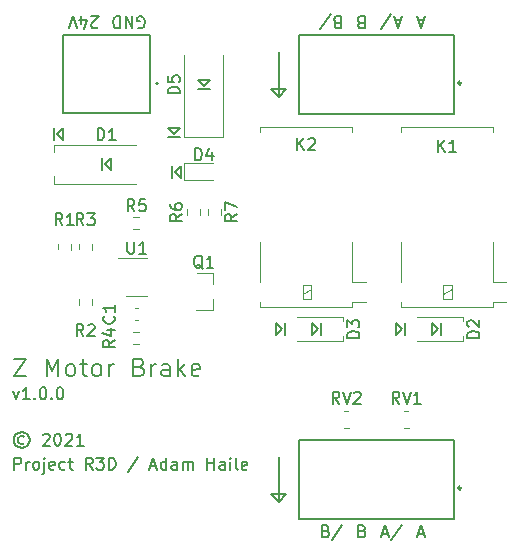
<source format=gto>
%TF.GenerationSoftware,KiCad,Pcbnew,(5.1.10)-1*%
%TF.CreationDate,2021-10-30T21:19:33-04:00*%
%TF.ProjectId,Z_Brake,5a5f4272-616b-4652-9e6b-696361645f70,rev?*%
%TF.SameCoordinates,Original*%
%TF.FileFunction,Legend,Top*%
%TF.FilePolarity,Positive*%
%FSLAX46Y46*%
G04 Gerber Fmt 4.6, Leading zero omitted, Abs format (unit mm)*
G04 Created by KiCad (PCBNEW (5.1.10)-1) date 2021-10-30 21:19:33*
%MOMM*%
%LPD*%
G01*
G04 APERTURE LIST*
%ADD10C,0.150000*%
%ADD11C,0.200000*%
%ADD12C,0.250000*%
%ADD13C,0.120000*%
%ADD14C,0.127000*%
%ADD15C,5.400000*%
%ADD16C,2.155000*%
G04 APERTURE END LIST*
D10*
X80645000Y-119380000D02*
X80010000Y-118745000D01*
X80010000Y-118745000D02*
X81280000Y-118745000D01*
X80645000Y-115570000D02*
X80645000Y-119380000D01*
X81280000Y-118745000D02*
X80645000Y-119380000D01*
X81280000Y-84455000D02*
X80645000Y-85090000D01*
X80010000Y-84455000D02*
X81280000Y-84455000D01*
X80645000Y-85090000D02*
X80010000Y-84455000D01*
X80645000Y-81280000D02*
X80645000Y-85090000D01*
X58152357Y-110021714D02*
X58390452Y-110688380D01*
X58628547Y-110021714D01*
X59533309Y-110688380D02*
X58961880Y-110688380D01*
X59247595Y-110688380D02*
X59247595Y-109688380D01*
X59152357Y-109831238D01*
X59057119Y-109926476D01*
X58961880Y-109974095D01*
X59961880Y-110593142D02*
X60009500Y-110640761D01*
X59961880Y-110688380D01*
X59914261Y-110640761D01*
X59961880Y-110593142D01*
X59961880Y-110688380D01*
X60628547Y-109688380D02*
X60723785Y-109688380D01*
X60819023Y-109736000D01*
X60866642Y-109783619D01*
X60914261Y-109878857D01*
X60961880Y-110069333D01*
X60961880Y-110307428D01*
X60914261Y-110497904D01*
X60866642Y-110593142D01*
X60819023Y-110640761D01*
X60723785Y-110688380D01*
X60628547Y-110688380D01*
X60533309Y-110640761D01*
X60485690Y-110593142D01*
X60438071Y-110497904D01*
X60390452Y-110307428D01*
X60390452Y-110069333D01*
X60438071Y-109878857D01*
X60485690Y-109783619D01*
X60533309Y-109736000D01*
X60628547Y-109688380D01*
X61390452Y-110593142D02*
X61438071Y-110640761D01*
X61390452Y-110688380D01*
X61342833Y-110640761D01*
X61390452Y-110593142D01*
X61390452Y-110688380D01*
X62057119Y-109688380D02*
X62152357Y-109688380D01*
X62247595Y-109736000D01*
X62295214Y-109783619D01*
X62342833Y-109878857D01*
X62390452Y-110069333D01*
X62390452Y-110307428D01*
X62342833Y-110497904D01*
X62295214Y-110593142D01*
X62247595Y-110640761D01*
X62152357Y-110688380D01*
X62057119Y-110688380D01*
X61961880Y-110640761D01*
X61914261Y-110593142D01*
X61866642Y-110497904D01*
X61819023Y-110307428D01*
X61819023Y-110069333D01*
X61866642Y-109878857D01*
X61914261Y-109783619D01*
X61961880Y-109736000D01*
X62057119Y-109688380D01*
X59057119Y-113863476D02*
X58961880Y-113815857D01*
X58771404Y-113815857D01*
X58676166Y-113863476D01*
X58580928Y-113958714D01*
X58533309Y-114053952D01*
X58533309Y-114244428D01*
X58580928Y-114339666D01*
X58676166Y-114434904D01*
X58771404Y-114482523D01*
X58961880Y-114482523D01*
X59057119Y-114434904D01*
X58866642Y-113482523D02*
X58628547Y-113530142D01*
X58390452Y-113673000D01*
X58247595Y-113911095D01*
X58199976Y-114149190D01*
X58247595Y-114387285D01*
X58390452Y-114625380D01*
X58628547Y-114768238D01*
X58866642Y-114815857D01*
X59104738Y-114768238D01*
X59342833Y-114625380D01*
X59485690Y-114387285D01*
X59533309Y-114149190D01*
X59485690Y-113911095D01*
X59342833Y-113673000D01*
X59104738Y-113530142D01*
X58866642Y-113482523D01*
X60676166Y-113720619D02*
X60723785Y-113673000D01*
X60819023Y-113625380D01*
X61057119Y-113625380D01*
X61152357Y-113673000D01*
X61199976Y-113720619D01*
X61247595Y-113815857D01*
X61247595Y-113911095D01*
X61199976Y-114053952D01*
X60628547Y-114625380D01*
X61247595Y-114625380D01*
X61866642Y-113625380D02*
X61961880Y-113625380D01*
X62057119Y-113673000D01*
X62104738Y-113720619D01*
X62152357Y-113815857D01*
X62199976Y-114006333D01*
X62199976Y-114244428D01*
X62152357Y-114434904D01*
X62104738Y-114530142D01*
X62057119Y-114577761D01*
X61961880Y-114625380D01*
X61866642Y-114625380D01*
X61771404Y-114577761D01*
X61723785Y-114530142D01*
X61676166Y-114434904D01*
X61628547Y-114244428D01*
X61628547Y-114006333D01*
X61676166Y-113815857D01*
X61723785Y-113720619D01*
X61771404Y-113673000D01*
X61866642Y-113625380D01*
X62580928Y-113720619D02*
X62628547Y-113673000D01*
X62723785Y-113625380D01*
X62961880Y-113625380D01*
X63057119Y-113673000D01*
X63104738Y-113720619D01*
X63152357Y-113815857D01*
X63152357Y-113911095D01*
X63104738Y-114053952D01*
X62533309Y-114625380D01*
X63152357Y-114625380D01*
X64104738Y-114625380D02*
X63533309Y-114625380D01*
X63819023Y-114625380D02*
X63819023Y-113625380D01*
X63723785Y-113768238D01*
X63628547Y-113863476D01*
X63533309Y-113911095D01*
X58247595Y-116657380D02*
X58247595Y-115657380D01*
X58628547Y-115657380D01*
X58723785Y-115705000D01*
X58771404Y-115752619D01*
X58819023Y-115847857D01*
X58819023Y-115990714D01*
X58771404Y-116085952D01*
X58723785Y-116133571D01*
X58628547Y-116181190D01*
X58247595Y-116181190D01*
X59247595Y-116657380D02*
X59247595Y-115990714D01*
X59247595Y-116181190D02*
X59295214Y-116085952D01*
X59342833Y-116038333D01*
X59438071Y-115990714D01*
X59533309Y-115990714D01*
X60009500Y-116657380D02*
X59914261Y-116609761D01*
X59866642Y-116562142D01*
X59819023Y-116466904D01*
X59819023Y-116181190D01*
X59866642Y-116085952D01*
X59914261Y-116038333D01*
X60009500Y-115990714D01*
X60152357Y-115990714D01*
X60247595Y-116038333D01*
X60295214Y-116085952D01*
X60342833Y-116181190D01*
X60342833Y-116466904D01*
X60295214Y-116562142D01*
X60247595Y-116609761D01*
X60152357Y-116657380D01*
X60009500Y-116657380D01*
X60771404Y-115990714D02*
X60771404Y-116847857D01*
X60723785Y-116943095D01*
X60628547Y-116990714D01*
X60580928Y-116990714D01*
X60771404Y-115657380D02*
X60723785Y-115705000D01*
X60771404Y-115752619D01*
X60819023Y-115705000D01*
X60771404Y-115657380D01*
X60771404Y-115752619D01*
X61628547Y-116609761D02*
X61533309Y-116657380D01*
X61342833Y-116657380D01*
X61247595Y-116609761D01*
X61199976Y-116514523D01*
X61199976Y-116133571D01*
X61247595Y-116038333D01*
X61342833Y-115990714D01*
X61533309Y-115990714D01*
X61628547Y-116038333D01*
X61676166Y-116133571D01*
X61676166Y-116228809D01*
X61199976Y-116324047D01*
X62533309Y-116609761D02*
X62438071Y-116657380D01*
X62247595Y-116657380D01*
X62152357Y-116609761D01*
X62104738Y-116562142D01*
X62057119Y-116466904D01*
X62057119Y-116181190D01*
X62104738Y-116085952D01*
X62152357Y-116038333D01*
X62247595Y-115990714D01*
X62438071Y-115990714D01*
X62533309Y-116038333D01*
X62819023Y-115990714D02*
X63199976Y-115990714D01*
X62961880Y-115657380D02*
X62961880Y-116514523D01*
X63009500Y-116609761D01*
X63104738Y-116657380D01*
X63199976Y-116657380D01*
X64866642Y-116657380D02*
X64533309Y-116181190D01*
X64295214Y-116657380D02*
X64295214Y-115657380D01*
X64676166Y-115657380D01*
X64771404Y-115705000D01*
X64819023Y-115752619D01*
X64866642Y-115847857D01*
X64866642Y-115990714D01*
X64819023Y-116085952D01*
X64771404Y-116133571D01*
X64676166Y-116181190D01*
X64295214Y-116181190D01*
X65199976Y-115657380D02*
X65819023Y-115657380D01*
X65485690Y-116038333D01*
X65628547Y-116038333D01*
X65723785Y-116085952D01*
X65771404Y-116133571D01*
X65819023Y-116228809D01*
X65819023Y-116466904D01*
X65771404Y-116562142D01*
X65723785Y-116609761D01*
X65628547Y-116657380D01*
X65342833Y-116657380D01*
X65247595Y-116609761D01*
X65199976Y-116562142D01*
X66247595Y-116657380D02*
X66247595Y-115657380D01*
X66485690Y-115657380D01*
X66628547Y-115705000D01*
X66723785Y-115800238D01*
X66771404Y-115895476D01*
X66819023Y-116085952D01*
X66819023Y-116228809D01*
X66771404Y-116419285D01*
X66723785Y-116514523D01*
X66628547Y-116609761D01*
X66485690Y-116657380D01*
X66247595Y-116657380D01*
X68723785Y-115609761D02*
X67866642Y-116895476D01*
X69771404Y-116371666D02*
X70247595Y-116371666D01*
X69676166Y-116657380D02*
X70009500Y-115657380D01*
X70342833Y-116657380D01*
X71104738Y-116657380D02*
X71104738Y-115657380D01*
X71104738Y-116609761D02*
X71009500Y-116657380D01*
X70819023Y-116657380D01*
X70723785Y-116609761D01*
X70676166Y-116562142D01*
X70628547Y-116466904D01*
X70628547Y-116181190D01*
X70676166Y-116085952D01*
X70723785Y-116038333D01*
X70819023Y-115990714D01*
X71009500Y-115990714D01*
X71104738Y-116038333D01*
X72009500Y-116657380D02*
X72009500Y-116133571D01*
X71961880Y-116038333D01*
X71866642Y-115990714D01*
X71676166Y-115990714D01*
X71580928Y-116038333D01*
X72009500Y-116609761D02*
X71914261Y-116657380D01*
X71676166Y-116657380D01*
X71580928Y-116609761D01*
X71533309Y-116514523D01*
X71533309Y-116419285D01*
X71580928Y-116324047D01*
X71676166Y-116276428D01*
X71914261Y-116276428D01*
X72009500Y-116228809D01*
X72485690Y-116657380D02*
X72485690Y-115990714D01*
X72485690Y-116085952D02*
X72533309Y-116038333D01*
X72628547Y-115990714D01*
X72771404Y-115990714D01*
X72866642Y-116038333D01*
X72914261Y-116133571D01*
X72914261Y-116657380D01*
X72914261Y-116133571D02*
X72961880Y-116038333D01*
X73057119Y-115990714D01*
X73199976Y-115990714D01*
X73295214Y-116038333D01*
X73342833Y-116133571D01*
X73342833Y-116657380D01*
X74580928Y-116657380D02*
X74580928Y-115657380D01*
X74580928Y-116133571D02*
X75152357Y-116133571D01*
X75152357Y-116657380D02*
X75152357Y-115657380D01*
X76057119Y-116657380D02*
X76057119Y-116133571D01*
X76009500Y-116038333D01*
X75914261Y-115990714D01*
X75723785Y-115990714D01*
X75628547Y-116038333D01*
X76057119Y-116609761D02*
X75961880Y-116657380D01*
X75723785Y-116657380D01*
X75628547Y-116609761D01*
X75580928Y-116514523D01*
X75580928Y-116419285D01*
X75628547Y-116324047D01*
X75723785Y-116276428D01*
X75961880Y-116276428D01*
X76057119Y-116228809D01*
X76533309Y-116657380D02*
X76533309Y-115990714D01*
X76533309Y-115657380D02*
X76485690Y-115705000D01*
X76533309Y-115752619D01*
X76580928Y-115705000D01*
X76533309Y-115657380D01*
X76533309Y-115752619D01*
X77152357Y-116657380D02*
X77057119Y-116609761D01*
X77009500Y-116514523D01*
X77009500Y-115657380D01*
X77914261Y-116609761D02*
X77819023Y-116657380D01*
X77628547Y-116657380D01*
X77533309Y-116609761D01*
X77485690Y-116514523D01*
X77485690Y-116133571D01*
X77533309Y-116038333D01*
X77628547Y-115990714D01*
X77819023Y-115990714D01*
X77914261Y-116038333D01*
X77961880Y-116133571D01*
X77961880Y-116228809D01*
X77485690Y-116324047D01*
D11*
X58256285Y-107255571D02*
X59256285Y-107255571D01*
X58256285Y-108755571D01*
X59256285Y-108755571D01*
X60970571Y-108755571D02*
X60970571Y-107255571D01*
X61470571Y-108327000D01*
X61970571Y-107255571D01*
X61970571Y-108755571D01*
X62899142Y-108755571D02*
X62756285Y-108684142D01*
X62684857Y-108612714D01*
X62613428Y-108469857D01*
X62613428Y-108041285D01*
X62684857Y-107898428D01*
X62756285Y-107827000D01*
X62899142Y-107755571D01*
X63113428Y-107755571D01*
X63256285Y-107827000D01*
X63327714Y-107898428D01*
X63399142Y-108041285D01*
X63399142Y-108469857D01*
X63327714Y-108612714D01*
X63256285Y-108684142D01*
X63113428Y-108755571D01*
X62899142Y-108755571D01*
X63827714Y-107755571D02*
X64399142Y-107755571D01*
X64042000Y-107255571D02*
X64042000Y-108541285D01*
X64113428Y-108684142D01*
X64256285Y-108755571D01*
X64399142Y-108755571D01*
X65113428Y-108755571D02*
X64970571Y-108684142D01*
X64899142Y-108612714D01*
X64827714Y-108469857D01*
X64827714Y-108041285D01*
X64899142Y-107898428D01*
X64970571Y-107827000D01*
X65113428Y-107755571D01*
X65327714Y-107755571D01*
X65470571Y-107827000D01*
X65542000Y-107898428D01*
X65613428Y-108041285D01*
X65613428Y-108469857D01*
X65542000Y-108612714D01*
X65470571Y-108684142D01*
X65327714Y-108755571D01*
X65113428Y-108755571D01*
X66256285Y-108755571D02*
X66256285Y-107755571D01*
X66256285Y-108041285D02*
X66327714Y-107898428D01*
X66399142Y-107827000D01*
X66542000Y-107755571D01*
X66684857Y-107755571D01*
X68827714Y-107969857D02*
X69042000Y-108041285D01*
X69113428Y-108112714D01*
X69184857Y-108255571D01*
X69184857Y-108469857D01*
X69113428Y-108612714D01*
X69042000Y-108684142D01*
X68899142Y-108755571D01*
X68327714Y-108755571D01*
X68327714Y-107255571D01*
X68827714Y-107255571D01*
X68970571Y-107327000D01*
X69042000Y-107398428D01*
X69113428Y-107541285D01*
X69113428Y-107684142D01*
X69042000Y-107827000D01*
X68970571Y-107898428D01*
X68827714Y-107969857D01*
X68327714Y-107969857D01*
X69827714Y-108755571D02*
X69827714Y-107755571D01*
X69827714Y-108041285D02*
X69899142Y-107898428D01*
X69970571Y-107827000D01*
X70113428Y-107755571D01*
X70256285Y-107755571D01*
X71399142Y-108755571D02*
X71399142Y-107969857D01*
X71327714Y-107827000D01*
X71184857Y-107755571D01*
X70899142Y-107755571D01*
X70756285Y-107827000D01*
X71399142Y-108684142D02*
X71256285Y-108755571D01*
X70899142Y-108755571D01*
X70756285Y-108684142D01*
X70684857Y-108541285D01*
X70684857Y-108398428D01*
X70756285Y-108255571D01*
X70899142Y-108184142D01*
X71256285Y-108184142D01*
X71399142Y-108112714D01*
X72113428Y-108755571D02*
X72113428Y-107255571D01*
X72256285Y-108184142D02*
X72684857Y-108755571D01*
X72684857Y-107755571D02*
X72113428Y-108327000D01*
X73899142Y-108684142D02*
X73756285Y-108755571D01*
X73470571Y-108755571D01*
X73327714Y-108684142D01*
X73256285Y-108541285D01*
X73256285Y-107969857D01*
X73327714Y-107827000D01*
X73470571Y-107755571D01*
X73756285Y-107755571D01*
X73899142Y-107827000D01*
X73970571Y-107969857D01*
X73970571Y-108112714D01*
X73256285Y-108255571D01*
D10*
X84637619Y-121848571D02*
X84780476Y-121896190D01*
X84828095Y-121943809D01*
X84875714Y-122039047D01*
X84875714Y-122181904D01*
X84828095Y-122277142D01*
X84780476Y-122324761D01*
X84685238Y-122372380D01*
X84304285Y-122372380D01*
X84304285Y-121372380D01*
X84637619Y-121372380D01*
X84732857Y-121420000D01*
X84780476Y-121467619D01*
X84828095Y-121562857D01*
X84828095Y-121658095D01*
X84780476Y-121753333D01*
X84732857Y-121800952D01*
X84637619Y-121848571D01*
X84304285Y-121848571D01*
X86018571Y-121324761D02*
X85161428Y-122610476D01*
X87701428Y-121848571D02*
X87844285Y-121896190D01*
X87891904Y-121943809D01*
X87939523Y-122039047D01*
X87939523Y-122181904D01*
X87891904Y-122277142D01*
X87844285Y-122324761D01*
X87749047Y-122372380D01*
X87368095Y-122372380D01*
X87368095Y-121372380D01*
X87701428Y-121372380D01*
X87796666Y-121420000D01*
X87844285Y-121467619D01*
X87891904Y-121562857D01*
X87891904Y-121658095D01*
X87844285Y-121753333D01*
X87796666Y-121800952D01*
X87701428Y-121848571D01*
X87368095Y-121848571D01*
X92471904Y-122086666D02*
X92948095Y-122086666D01*
X92376666Y-122372380D02*
X92710000Y-121372380D01*
X93043333Y-122372380D01*
X89408095Y-122086666D02*
X89884285Y-122086666D01*
X89312857Y-122372380D02*
X89646190Y-121372380D01*
X89979523Y-122372380D01*
X91027142Y-121324761D02*
X90170000Y-122610476D01*
X85542380Y-78811428D02*
X85399523Y-78763809D01*
X85351904Y-78716190D01*
X85304285Y-78620952D01*
X85304285Y-78478095D01*
X85351904Y-78382857D01*
X85399523Y-78335238D01*
X85494761Y-78287619D01*
X85875714Y-78287619D01*
X85875714Y-79287619D01*
X85542380Y-79287619D01*
X85447142Y-79240000D01*
X85399523Y-79192380D01*
X85351904Y-79097142D01*
X85351904Y-79001904D01*
X85399523Y-78906666D01*
X85447142Y-78859047D01*
X85542380Y-78811428D01*
X85875714Y-78811428D01*
X84161428Y-79335238D02*
X85018571Y-78049523D01*
X87558571Y-78811428D02*
X87415714Y-78763809D01*
X87368095Y-78716190D01*
X87320476Y-78620952D01*
X87320476Y-78478095D01*
X87368095Y-78382857D01*
X87415714Y-78335238D01*
X87510952Y-78287619D01*
X87891904Y-78287619D01*
X87891904Y-79287619D01*
X87558571Y-79287619D01*
X87463333Y-79240000D01*
X87415714Y-79192380D01*
X87368095Y-79097142D01*
X87368095Y-79001904D01*
X87415714Y-78906666D01*
X87463333Y-78859047D01*
X87558571Y-78811428D01*
X87891904Y-78811428D01*
X90931904Y-78573333D02*
X90455714Y-78573333D01*
X91027142Y-78287619D02*
X90693809Y-79287619D01*
X90360476Y-78287619D01*
X89312857Y-79335238D02*
X90170000Y-78049523D01*
X92948095Y-78573333D02*
X92471904Y-78573333D01*
X93043333Y-78287619D02*
X92710000Y-79287619D01*
X92376666Y-78287619D01*
X68706904Y-79240000D02*
X68802142Y-79287619D01*
X68945000Y-79287619D01*
X69087857Y-79240000D01*
X69183095Y-79144761D01*
X69230714Y-79049523D01*
X69278333Y-78859047D01*
X69278333Y-78716190D01*
X69230714Y-78525714D01*
X69183095Y-78430476D01*
X69087857Y-78335238D01*
X68945000Y-78287619D01*
X68849761Y-78287619D01*
X68706904Y-78335238D01*
X68659285Y-78382857D01*
X68659285Y-78716190D01*
X68849761Y-78716190D01*
X68230714Y-78287619D02*
X68230714Y-79287619D01*
X67659285Y-78287619D01*
X67659285Y-79287619D01*
X67183095Y-78287619D02*
X67183095Y-79287619D01*
X66945000Y-79287619D01*
X66802142Y-79240000D01*
X66706904Y-79144761D01*
X66659285Y-79049523D01*
X66611666Y-78859047D01*
X66611666Y-78716190D01*
X66659285Y-78525714D01*
X66706904Y-78430476D01*
X66802142Y-78335238D01*
X66945000Y-78287619D01*
X67183095Y-78287619D01*
X65325476Y-79192380D02*
X65277857Y-79240000D01*
X65182619Y-79287619D01*
X64944523Y-79287619D01*
X64849285Y-79240000D01*
X64801666Y-79192380D01*
X64754047Y-79097142D01*
X64754047Y-79001904D01*
X64801666Y-78859047D01*
X65373095Y-78287619D01*
X64754047Y-78287619D01*
X63896904Y-78954285D02*
X63896904Y-78287619D01*
X64135000Y-79335238D02*
X64373095Y-78620952D01*
X63754047Y-78620952D01*
X63515952Y-79287619D02*
X63182619Y-78287619D01*
X62849285Y-79287619D01*
D11*
X66421000Y-91313000D02*
X65913000Y-90805000D01*
X66421000Y-90297000D02*
X66421000Y-91313000D01*
X65913000Y-90805000D02*
X66421000Y-90297000D01*
X65659000Y-90297000D02*
X65659000Y-91313000D01*
X74803000Y-84455000D02*
X73787000Y-84455000D01*
X73787000Y-83693000D02*
X74803000Y-83693000D01*
X74295000Y-84201000D02*
X73787000Y-83693000D01*
X74803000Y-83693000D02*
X74295000Y-84201000D01*
X83439000Y-104267000D02*
X83439000Y-105283000D01*
X83947000Y-104775000D02*
X83439000Y-104267000D01*
X83439000Y-105283000D02*
X83947000Y-104775000D01*
X84201000Y-104267000D02*
X84201000Y-105283000D01*
X94361000Y-104267000D02*
X94361000Y-105283000D01*
X93599000Y-104267000D02*
X93599000Y-105283000D01*
X94107000Y-104775000D02*
X93599000Y-104267000D01*
X93599000Y-105283000D02*
X94107000Y-104775000D01*
X81153000Y-104267000D02*
X81153000Y-105283000D01*
X80391000Y-105283000D02*
X80899000Y-104775000D01*
X80391000Y-104267000D02*
X80391000Y-105283000D01*
X80899000Y-104775000D02*
X80391000Y-104267000D01*
X90551000Y-105283000D02*
X91059000Y-104775000D01*
X90551000Y-104267000D02*
X90551000Y-105283000D01*
X91059000Y-104775000D02*
X90551000Y-104267000D01*
X91313000Y-104267000D02*
X91313000Y-105283000D01*
X71628000Y-91948000D02*
X71628000Y-90932000D01*
X71882000Y-91440000D02*
X72390000Y-91948000D01*
X72390000Y-90932000D02*
X71882000Y-91440000D01*
X72390000Y-91948000D02*
X72390000Y-90932000D01*
X62357000Y-88773000D02*
X61849000Y-88265000D01*
X62357000Y-87757000D02*
X62357000Y-88773000D01*
X61849000Y-88265000D02*
X62357000Y-87757000D01*
X72263000Y-88519000D02*
X71247000Y-88519000D01*
X71755000Y-88265000D02*
X71247000Y-87757000D01*
X72263000Y-87757000D02*
X71755000Y-88265000D01*
X71247000Y-87757000D02*
X72263000Y-87757000D01*
X61595000Y-87757000D02*
X61595000Y-88773000D01*
D10*
%TO.C,P3*%
X82350000Y-120840000D02*
X82350000Y-114110000D01*
X82350000Y-120840000D02*
X95450000Y-120840000D01*
X95450000Y-120840000D02*
X95450000Y-114110000D01*
X82350000Y-114110000D02*
X95450000Y-114110000D01*
D12*
X96075000Y-118225000D02*
G75*
G03*
X96075000Y-118225000I-125000J0D01*
G01*
D13*
%TO.C,RV1*%
X91667064Y-113130000D02*
X91212936Y-113130000D01*
X91667064Y-111660000D02*
X91212936Y-111660000D01*
%TO.C,RV2*%
X86587064Y-111660000D02*
X86132936Y-111660000D01*
X86587064Y-113130000D02*
X86132936Y-113130000D01*
%TO.C,C1*%
X68726267Y-102995000D02*
X68433733Y-102995000D01*
X68726267Y-104015000D02*
X68433733Y-104015000D01*
%TO.C,D1*%
X61640000Y-89155000D02*
X61640000Y-92455000D01*
X61640000Y-92455000D02*
X68540000Y-92455000D01*
X61640000Y-89155000D02*
X68540000Y-89155000D01*
%TO.C,D2*%
X96230000Y-105775000D02*
X96230000Y-103775000D01*
X96230000Y-103775000D02*
X92330000Y-103775000D01*
X96230000Y-105775000D02*
X92330000Y-105775000D01*
%TO.C,D3*%
X86070000Y-105775000D02*
X82170000Y-105775000D01*
X86070000Y-103775000D02*
X82170000Y-103775000D01*
X86070000Y-105775000D02*
X86070000Y-103775000D01*
%TO.C,D4*%
X72635000Y-92175000D02*
X75095000Y-92175000D01*
X72635000Y-90705000D02*
X72635000Y-92175000D01*
X75095000Y-90705000D02*
X72635000Y-90705000D01*
%TO.C,D5*%
X72645000Y-88474000D02*
X72645000Y-81574000D01*
X75945000Y-88474000D02*
X75945000Y-81574000D01*
X72645000Y-88474000D02*
X75945000Y-88474000D01*
D12*
%TO.C,P1*%
X96075000Y-83935000D02*
G75*
G03*
X96075000Y-83935000I-125000J0D01*
G01*
D10*
X82350000Y-79820000D02*
X95450000Y-79820000D01*
X95450000Y-86550000D02*
X95450000Y-79820000D01*
X82350000Y-86550000D02*
X95450000Y-86550000D01*
X82350000Y-86550000D02*
X82350000Y-79820000D01*
D11*
%TO.C,P2*%
X70420000Y-83945000D02*
G75*
G03*
X70420000Y-83945000I-100000J0D01*
G01*
D14*
X62355000Y-79885000D02*
X69725000Y-79885000D01*
X62355000Y-86485000D02*
X62355000Y-79885000D01*
X69725000Y-86485000D02*
X62355000Y-86485000D01*
X69725000Y-79885000D02*
X69725000Y-86485000D01*
D13*
%TO.C,Q1*%
X75055000Y-103180000D02*
X73595000Y-103180000D01*
X75055000Y-100020000D02*
X71895000Y-100020000D01*
X75055000Y-100020000D02*
X75055000Y-100950000D01*
X75055000Y-103180000D02*
X75055000Y-102250000D01*
%TO.C,R1*%
X61961500Y-97535276D02*
X61961500Y-98044724D01*
X63006500Y-97535276D02*
X63006500Y-98044724D01*
%TO.C,R2*%
X64784500Y-102743724D02*
X64784500Y-102234276D01*
X63739500Y-102743724D02*
X63739500Y-102234276D01*
%TO.C,R3*%
X64784500Y-97535276D02*
X64784500Y-98044724D01*
X63739500Y-97535276D02*
X63739500Y-98044724D01*
%TO.C,R4*%
X68834724Y-105014500D02*
X68325276Y-105014500D01*
X68834724Y-106059500D02*
X68325276Y-106059500D01*
%TO.C,R5*%
X68325276Y-95235500D02*
X68834724Y-95235500D01*
X68325276Y-96280500D02*
X68834724Y-96280500D01*
%TO.C,R6*%
X73928500Y-95123724D02*
X73928500Y-94614276D01*
X72883500Y-95123724D02*
X72883500Y-94614276D01*
%TO.C,R7*%
X75706500Y-94614276D02*
X75706500Y-95123724D01*
X74661500Y-94614276D02*
X74661500Y-95123724D01*
%TO.C,U1*%
X69480000Y-98720000D02*
X67030000Y-98720000D01*
X67680000Y-101940000D02*
X69480000Y-101940000D01*
%TO.C,K1*%
X95279000Y-101400000D02*
X94579000Y-101800000D01*
X94579000Y-101000000D02*
X94579000Y-102200000D01*
X94579000Y-102200000D02*
X95279000Y-102200000D01*
X95279000Y-102200000D02*
X95279000Y-101000000D01*
X95279000Y-101000000D02*
X94579000Y-101000000D01*
X90979000Y-102890000D02*
X98759000Y-102890000D01*
X90979000Y-87610000D02*
X98759000Y-87610000D01*
X90979000Y-100770000D02*
X90979000Y-97350000D01*
X98759000Y-100770000D02*
X98759000Y-97350000D01*
X90979000Y-88070000D02*
X90979000Y-87610000D01*
X98759000Y-88070000D02*
X98759000Y-87610000D01*
X98759000Y-102430000D02*
X99879000Y-102430000D01*
X98759000Y-100770000D02*
X99879000Y-100770000D01*
X90979000Y-102890000D02*
X90979000Y-102430000D01*
X98759000Y-102890000D02*
X98759000Y-102430000D01*
%TO.C,K2*%
X86859000Y-102890000D02*
X86859000Y-102430000D01*
X79079000Y-102890000D02*
X79079000Y-102430000D01*
X86859000Y-100770000D02*
X87979000Y-100770000D01*
X86859000Y-102430000D02*
X87979000Y-102430000D01*
X86859000Y-88070000D02*
X86859000Y-87610000D01*
X79079000Y-88070000D02*
X79079000Y-87610000D01*
X86859000Y-100770000D02*
X86859000Y-97350000D01*
X79079000Y-100770000D02*
X79079000Y-97350000D01*
X79079000Y-87610000D02*
X86859000Y-87610000D01*
X79079000Y-102890000D02*
X86859000Y-102890000D01*
X83379000Y-101000000D02*
X82679000Y-101000000D01*
X83379000Y-102200000D02*
X83379000Y-101000000D01*
X82679000Y-102200000D02*
X83379000Y-102200000D01*
X82679000Y-101000000D02*
X82679000Y-102200000D01*
X83379000Y-101400000D02*
X82679000Y-101800000D01*
%TO.C,RV1*%
D10*
X90844761Y-111069380D02*
X90511428Y-110593190D01*
X90273333Y-111069380D02*
X90273333Y-110069380D01*
X90654285Y-110069380D01*
X90749523Y-110117000D01*
X90797142Y-110164619D01*
X90844761Y-110259857D01*
X90844761Y-110402714D01*
X90797142Y-110497952D01*
X90749523Y-110545571D01*
X90654285Y-110593190D01*
X90273333Y-110593190D01*
X91130476Y-110069380D02*
X91463809Y-111069380D01*
X91797142Y-110069380D01*
X92654285Y-111069380D02*
X92082857Y-111069380D01*
X92368571Y-111069380D02*
X92368571Y-110069380D01*
X92273333Y-110212238D01*
X92178095Y-110307476D01*
X92082857Y-110355095D01*
%TO.C,RV2*%
X85764761Y-111069380D02*
X85431428Y-110593190D01*
X85193333Y-111069380D02*
X85193333Y-110069380D01*
X85574285Y-110069380D01*
X85669523Y-110117000D01*
X85717142Y-110164619D01*
X85764761Y-110259857D01*
X85764761Y-110402714D01*
X85717142Y-110497952D01*
X85669523Y-110545571D01*
X85574285Y-110593190D01*
X85193333Y-110593190D01*
X86050476Y-110069380D02*
X86383809Y-111069380D01*
X86717142Y-110069380D01*
X87002857Y-110164619D02*
X87050476Y-110117000D01*
X87145714Y-110069380D01*
X87383809Y-110069380D01*
X87479047Y-110117000D01*
X87526666Y-110164619D01*
X87574285Y-110259857D01*
X87574285Y-110355095D01*
X87526666Y-110497952D01*
X86955238Y-111069380D01*
X87574285Y-111069380D01*
%TO.C,C1*%
X66651142Y-103671666D02*
X66698761Y-103719285D01*
X66746380Y-103862142D01*
X66746380Y-103957380D01*
X66698761Y-104100238D01*
X66603523Y-104195476D01*
X66508285Y-104243095D01*
X66317809Y-104290714D01*
X66174952Y-104290714D01*
X65984476Y-104243095D01*
X65889238Y-104195476D01*
X65794000Y-104100238D01*
X65746380Y-103957380D01*
X65746380Y-103862142D01*
X65794000Y-103719285D01*
X65841619Y-103671666D01*
X66746380Y-102719285D02*
X66746380Y-103290714D01*
X66746380Y-103005000D02*
X65746380Y-103005000D01*
X65889238Y-103100238D01*
X65984476Y-103195476D01*
X66032095Y-103290714D01*
%TO.C,D1*%
X65301904Y-88757380D02*
X65301904Y-87757380D01*
X65540000Y-87757380D01*
X65682857Y-87805000D01*
X65778095Y-87900238D01*
X65825714Y-87995476D01*
X65873333Y-88185952D01*
X65873333Y-88328809D01*
X65825714Y-88519285D01*
X65778095Y-88614523D01*
X65682857Y-88709761D01*
X65540000Y-88757380D01*
X65301904Y-88757380D01*
X66825714Y-88757380D02*
X66254285Y-88757380D01*
X66540000Y-88757380D02*
X66540000Y-87757380D01*
X66444761Y-87900238D01*
X66349523Y-87995476D01*
X66254285Y-88043095D01*
%TO.C,D2*%
X97607380Y-105513095D02*
X96607380Y-105513095D01*
X96607380Y-105275000D01*
X96655000Y-105132142D01*
X96750238Y-105036904D01*
X96845476Y-104989285D01*
X97035952Y-104941666D01*
X97178809Y-104941666D01*
X97369285Y-104989285D01*
X97464523Y-105036904D01*
X97559761Y-105132142D01*
X97607380Y-105275000D01*
X97607380Y-105513095D01*
X96702619Y-104560714D02*
X96655000Y-104513095D01*
X96607380Y-104417857D01*
X96607380Y-104179761D01*
X96655000Y-104084523D01*
X96702619Y-104036904D01*
X96797857Y-103989285D01*
X96893095Y-103989285D01*
X97035952Y-104036904D01*
X97607380Y-104608333D01*
X97607380Y-103989285D01*
%TO.C,D3*%
X87447380Y-105513095D02*
X86447380Y-105513095D01*
X86447380Y-105275000D01*
X86495000Y-105132142D01*
X86590238Y-105036904D01*
X86685476Y-104989285D01*
X86875952Y-104941666D01*
X87018809Y-104941666D01*
X87209285Y-104989285D01*
X87304523Y-105036904D01*
X87399761Y-105132142D01*
X87447380Y-105275000D01*
X87447380Y-105513095D01*
X86447380Y-104608333D02*
X86447380Y-103989285D01*
X86828333Y-104322619D01*
X86828333Y-104179761D01*
X86875952Y-104084523D01*
X86923571Y-104036904D01*
X87018809Y-103989285D01*
X87256904Y-103989285D01*
X87352142Y-104036904D01*
X87399761Y-104084523D01*
X87447380Y-104179761D01*
X87447380Y-104465476D01*
X87399761Y-104560714D01*
X87352142Y-104608333D01*
%TO.C,D4*%
X73556904Y-90462380D02*
X73556904Y-89462380D01*
X73795000Y-89462380D01*
X73937857Y-89510000D01*
X74033095Y-89605238D01*
X74080714Y-89700476D01*
X74128333Y-89890952D01*
X74128333Y-90033809D01*
X74080714Y-90224285D01*
X74033095Y-90319523D01*
X73937857Y-90414761D01*
X73795000Y-90462380D01*
X73556904Y-90462380D01*
X74985476Y-89795714D02*
X74985476Y-90462380D01*
X74747380Y-89414761D02*
X74509285Y-90129047D01*
X75128333Y-90129047D01*
%TO.C,D5*%
X72247380Y-84812095D02*
X71247380Y-84812095D01*
X71247380Y-84574000D01*
X71295000Y-84431142D01*
X71390238Y-84335904D01*
X71485476Y-84288285D01*
X71675952Y-84240666D01*
X71818809Y-84240666D01*
X72009285Y-84288285D01*
X72104523Y-84335904D01*
X72199761Y-84431142D01*
X72247380Y-84574000D01*
X72247380Y-84812095D01*
X71247380Y-83335904D02*
X71247380Y-83812095D01*
X71723571Y-83859714D01*
X71675952Y-83812095D01*
X71628333Y-83716857D01*
X71628333Y-83478761D01*
X71675952Y-83383523D01*
X71723571Y-83335904D01*
X71818809Y-83288285D01*
X72056904Y-83288285D01*
X72152142Y-83335904D01*
X72199761Y-83383523D01*
X72247380Y-83478761D01*
X72247380Y-83716857D01*
X72199761Y-83812095D01*
X72152142Y-83859714D01*
%TO.C,Q1*%
X74199761Y-99647619D02*
X74104523Y-99600000D01*
X74009285Y-99504761D01*
X73866428Y-99361904D01*
X73771190Y-99314285D01*
X73675952Y-99314285D01*
X73723571Y-99552380D02*
X73628333Y-99504761D01*
X73533095Y-99409523D01*
X73485476Y-99219047D01*
X73485476Y-98885714D01*
X73533095Y-98695238D01*
X73628333Y-98600000D01*
X73723571Y-98552380D01*
X73914047Y-98552380D01*
X74009285Y-98600000D01*
X74104523Y-98695238D01*
X74152142Y-98885714D01*
X74152142Y-99219047D01*
X74104523Y-99409523D01*
X74009285Y-99504761D01*
X73914047Y-99552380D01*
X73723571Y-99552380D01*
X75104523Y-99552380D02*
X74533095Y-99552380D01*
X74818809Y-99552380D02*
X74818809Y-98552380D01*
X74723571Y-98695238D01*
X74628333Y-98790476D01*
X74533095Y-98838095D01*
%TO.C,R1*%
X62317333Y-95956380D02*
X61984000Y-95480190D01*
X61745904Y-95956380D02*
X61745904Y-94956380D01*
X62126857Y-94956380D01*
X62222095Y-95004000D01*
X62269714Y-95051619D01*
X62317333Y-95146857D01*
X62317333Y-95289714D01*
X62269714Y-95384952D01*
X62222095Y-95432571D01*
X62126857Y-95480190D01*
X61745904Y-95480190D01*
X63269714Y-95956380D02*
X62698285Y-95956380D01*
X62984000Y-95956380D02*
X62984000Y-94956380D01*
X62888761Y-95099238D01*
X62793523Y-95194476D01*
X62698285Y-95242095D01*
%TO.C,R2*%
X64095333Y-105354380D02*
X63762000Y-104878190D01*
X63523904Y-105354380D02*
X63523904Y-104354380D01*
X63904857Y-104354380D01*
X64000095Y-104402000D01*
X64047714Y-104449619D01*
X64095333Y-104544857D01*
X64095333Y-104687714D01*
X64047714Y-104782952D01*
X64000095Y-104830571D01*
X63904857Y-104878190D01*
X63523904Y-104878190D01*
X64476285Y-104449619D02*
X64523904Y-104402000D01*
X64619142Y-104354380D01*
X64857238Y-104354380D01*
X64952476Y-104402000D01*
X65000095Y-104449619D01*
X65047714Y-104544857D01*
X65047714Y-104640095D01*
X65000095Y-104782952D01*
X64428666Y-105354380D01*
X65047714Y-105354380D01*
%TO.C,R3*%
X64095333Y-95956380D02*
X63762000Y-95480190D01*
X63523904Y-95956380D02*
X63523904Y-94956380D01*
X63904857Y-94956380D01*
X64000095Y-95004000D01*
X64047714Y-95051619D01*
X64095333Y-95146857D01*
X64095333Y-95289714D01*
X64047714Y-95384952D01*
X64000095Y-95432571D01*
X63904857Y-95480190D01*
X63523904Y-95480190D01*
X64428666Y-94956380D02*
X65047714Y-94956380D01*
X64714380Y-95337333D01*
X64857238Y-95337333D01*
X64952476Y-95384952D01*
X65000095Y-95432571D01*
X65047714Y-95527809D01*
X65047714Y-95765904D01*
X65000095Y-95861142D01*
X64952476Y-95908761D01*
X64857238Y-95956380D01*
X64571523Y-95956380D01*
X64476285Y-95908761D01*
X64428666Y-95861142D01*
%TO.C,R4*%
X66746380Y-105703666D02*
X66270190Y-106037000D01*
X66746380Y-106275095D02*
X65746380Y-106275095D01*
X65746380Y-105894142D01*
X65794000Y-105798904D01*
X65841619Y-105751285D01*
X65936857Y-105703666D01*
X66079714Y-105703666D01*
X66174952Y-105751285D01*
X66222571Y-105798904D01*
X66270190Y-105894142D01*
X66270190Y-106275095D01*
X66079714Y-104846523D02*
X66746380Y-104846523D01*
X65698761Y-105084619D02*
X66413047Y-105322714D01*
X66413047Y-104703666D01*
%TO.C,R5*%
X68413333Y-94780380D02*
X68080000Y-94304190D01*
X67841904Y-94780380D02*
X67841904Y-93780380D01*
X68222857Y-93780380D01*
X68318095Y-93828000D01*
X68365714Y-93875619D01*
X68413333Y-93970857D01*
X68413333Y-94113714D01*
X68365714Y-94208952D01*
X68318095Y-94256571D01*
X68222857Y-94304190D01*
X67841904Y-94304190D01*
X69318095Y-93780380D02*
X68841904Y-93780380D01*
X68794285Y-94256571D01*
X68841904Y-94208952D01*
X68937142Y-94161333D01*
X69175238Y-94161333D01*
X69270476Y-94208952D01*
X69318095Y-94256571D01*
X69365714Y-94351809D01*
X69365714Y-94589904D01*
X69318095Y-94685142D01*
X69270476Y-94732761D01*
X69175238Y-94780380D01*
X68937142Y-94780380D01*
X68841904Y-94732761D01*
X68794285Y-94685142D01*
%TO.C,R6*%
X72428380Y-95035666D02*
X71952190Y-95369000D01*
X72428380Y-95607095D02*
X71428380Y-95607095D01*
X71428380Y-95226142D01*
X71476000Y-95130904D01*
X71523619Y-95083285D01*
X71618857Y-95035666D01*
X71761714Y-95035666D01*
X71856952Y-95083285D01*
X71904571Y-95130904D01*
X71952190Y-95226142D01*
X71952190Y-95607095D01*
X71428380Y-94178523D02*
X71428380Y-94369000D01*
X71476000Y-94464238D01*
X71523619Y-94511857D01*
X71666476Y-94607095D01*
X71856952Y-94654714D01*
X72237904Y-94654714D01*
X72333142Y-94607095D01*
X72380761Y-94559476D01*
X72428380Y-94464238D01*
X72428380Y-94273761D01*
X72380761Y-94178523D01*
X72333142Y-94130904D01*
X72237904Y-94083285D01*
X71999809Y-94083285D01*
X71904571Y-94130904D01*
X71856952Y-94178523D01*
X71809333Y-94273761D01*
X71809333Y-94464238D01*
X71856952Y-94559476D01*
X71904571Y-94607095D01*
X71999809Y-94654714D01*
%TO.C,R7*%
X77066380Y-95035666D02*
X76590190Y-95369000D01*
X77066380Y-95607095D02*
X76066380Y-95607095D01*
X76066380Y-95226142D01*
X76114000Y-95130904D01*
X76161619Y-95083285D01*
X76256857Y-95035666D01*
X76399714Y-95035666D01*
X76494952Y-95083285D01*
X76542571Y-95130904D01*
X76590190Y-95226142D01*
X76590190Y-95607095D01*
X76066380Y-94702333D02*
X76066380Y-94035666D01*
X77066380Y-94464238D01*
%TO.C,U1*%
X67818095Y-97369380D02*
X67818095Y-98178904D01*
X67865714Y-98274142D01*
X67913333Y-98321761D01*
X68008571Y-98369380D01*
X68199047Y-98369380D01*
X68294285Y-98321761D01*
X68341904Y-98274142D01*
X68389523Y-98178904D01*
X68389523Y-97369380D01*
X69389523Y-98369380D02*
X68818095Y-98369380D01*
X69103809Y-98369380D02*
X69103809Y-97369380D01*
X69008571Y-97512238D01*
X68913333Y-97607476D01*
X68818095Y-97655095D01*
%TO.C,K1*%
X94130904Y-89733380D02*
X94130904Y-88733380D01*
X94702333Y-89733380D02*
X94273761Y-89161952D01*
X94702333Y-88733380D02*
X94130904Y-89304809D01*
X95654714Y-89733380D02*
X95083285Y-89733380D01*
X95369000Y-89733380D02*
X95369000Y-88733380D01*
X95273761Y-88876238D01*
X95178523Y-88971476D01*
X95083285Y-89019095D01*
%TO.C,K2*%
X82192904Y-89606380D02*
X82192904Y-88606380D01*
X82764333Y-89606380D02*
X82335761Y-89034952D01*
X82764333Y-88606380D02*
X82192904Y-89177809D01*
X83145285Y-88701619D02*
X83192904Y-88654000D01*
X83288142Y-88606380D01*
X83526238Y-88606380D01*
X83621476Y-88654000D01*
X83669095Y-88701619D01*
X83716714Y-88796857D01*
X83716714Y-88892095D01*
X83669095Y-89034952D01*
X83097666Y-89606380D01*
X83716714Y-89606380D01*
%TD*%
%LPC*%
%TO.C,RV1*%
G36*
G01*
X91240000Y-111828332D02*
X91240000Y-112961668D01*
G75*
G02*
X90906668Y-113295000I-333332J0D01*
G01*
X89973332Y-113295000D01*
G75*
G02*
X89640000Y-112961668I0J333332D01*
G01*
X89640000Y-111828332D01*
G75*
G02*
X89973332Y-111495000I333332J0D01*
G01*
X90906668Y-111495000D01*
G75*
G02*
X91240000Y-111828332I0J-333332D01*
G01*
G37*
G36*
G01*
X93240000Y-111828332D02*
X93240000Y-112961668D01*
G75*
G02*
X92906668Y-113295000I-333332J0D01*
G01*
X91973332Y-113295000D01*
G75*
G02*
X91640000Y-112961668I0J333332D01*
G01*
X91640000Y-111828332D01*
G75*
G02*
X91973332Y-111495000I333332J0D01*
G01*
X92906668Y-111495000D01*
G75*
G02*
X93240000Y-111828332I0J-333332D01*
G01*
G37*
%TD*%
%TO.C,RV2*%
G36*
G01*
X88160000Y-111828332D02*
X88160000Y-112961668D01*
G75*
G02*
X87826668Y-113295000I-333332J0D01*
G01*
X86893332Y-113295000D01*
G75*
G02*
X86560000Y-112961668I0J333332D01*
G01*
X86560000Y-111828332D01*
G75*
G02*
X86893332Y-111495000I333332J0D01*
G01*
X87826668Y-111495000D01*
G75*
G02*
X88160000Y-111828332I0J-333332D01*
G01*
G37*
G36*
G01*
X86160000Y-111828332D02*
X86160000Y-112961668D01*
G75*
G02*
X85826668Y-113295000I-333332J0D01*
G01*
X84893332Y-113295000D01*
G75*
G02*
X84560000Y-112961668I0J333332D01*
G01*
X84560000Y-111828332D01*
G75*
G02*
X84893332Y-111495000I333332J0D01*
G01*
X85826668Y-111495000D01*
G75*
G02*
X86160000Y-111828332I0J-333332D01*
G01*
G37*
%TD*%
%TO.C,C1*%
G36*
G01*
X70180000Y-103167500D02*
X70180000Y-103842500D01*
G75*
G02*
X69842500Y-104180000I-337500J0D01*
G01*
X69042500Y-104180000D01*
G75*
G02*
X68705000Y-103842500I0J337500D01*
G01*
X68705000Y-103167500D01*
G75*
G02*
X69042500Y-102830000I337500J0D01*
G01*
X69842500Y-102830000D01*
G75*
G02*
X70180000Y-103167500I0J-337500D01*
G01*
G37*
G36*
G01*
X68455000Y-103167500D02*
X68455000Y-103842500D01*
G75*
G02*
X68117500Y-104180000I-337500J0D01*
G01*
X67317500Y-104180000D01*
G75*
G02*
X66980000Y-103842500I0J337500D01*
G01*
X66980000Y-103167500D01*
G75*
G02*
X67317500Y-102830000I337500J0D01*
G01*
X68117500Y-102830000D01*
G75*
G02*
X68455000Y-103167500I0J-337500D01*
G01*
G37*
%TD*%
%TO.C,D1*%
G36*
G01*
X66590000Y-91705000D02*
X66590000Y-89905000D01*
G75*
G02*
X66790000Y-89705000I200000J0D01*
G01*
X70290000Y-89705000D01*
G75*
G02*
X70490000Y-89905000I0J-200000D01*
G01*
X70490000Y-91705000D01*
G75*
G02*
X70290000Y-91905000I-200000J0D01*
G01*
X66790000Y-91905000D01*
G75*
G02*
X66590000Y-91705000I0J200000D01*
G01*
G37*
G36*
G01*
X61590000Y-91705000D02*
X61590000Y-89905000D01*
G75*
G02*
X61790000Y-89705000I200000J0D01*
G01*
X65290000Y-89705000D01*
G75*
G02*
X65490000Y-89905000I0J-200000D01*
G01*
X65490000Y-91705000D01*
G75*
G02*
X65290000Y-91905000I-200000J0D01*
G01*
X61790000Y-91905000D01*
G75*
G02*
X61590000Y-91705000I0J200000D01*
G01*
G37*
%TD*%
%TO.C,D2*%
G36*
G01*
X92980000Y-104175000D02*
X92980000Y-105375000D01*
G75*
G02*
X92780000Y-105575000I-200000J0D01*
G01*
X91880000Y-105575000D01*
G75*
G02*
X91680000Y-105375000I0J200000D01*
G01*
X91680000Y-104175000D01*
G75*
G02*
X91880000Y-103975000I200000J0D01*
G01*
X92780000Y-103975000D01*
G75*
G02*
X92980000Y-104175000I0J-200000D01*
G01*
G37*
G36*
G01*
X96280000Y-104175000D02*
X96280000Y-105375000D01*
G75*
G02*
X96080000Y-105575000I-200000J0D01*
G01*
X95180000Y-105575000D01*
G75*
G02*
X94980000Y-105375000I0J200000D01*
G01*
X94980000Y-104175000D01*
G75*
G02*
X95180000Y-103975000I200000J0D01*
G01*
X96080000Y-103975000D01*
G75*
G02*
X96280000Y-104175000I0J-200000D01*
G01*
G37*
%TD*%
%TO.C,D3*%
G36*
G01*
X86120000Y-104175000D02*
X86120000Y-105375000D01*
G75*
G02*
X85920000Y-105575000I-200000J0D01*
G01*
X85020000Y-105575000D01*
G75*
G02*
X84820000Y-105375000I0J200000D01*
G01*
X84820000Y-104175000D01*
G75*
G02*
X85020000Y-103975000I200000J0D01*
G01*
X85920000Y-103975000D01*
G75*
G02*
X86120000Y-104175000I0J-200000D01*
G01*
G37*
G36*
G01*
X82820000Y-104175000D02*
X82820000Y-105375000D01*
G75*
G02*
X82620000Y-105575000I-200000J0D01*
G01*
X81720000Y-105575000D01*
G75*
G02*
X81520000Y-105375000I0J200000D01*
G01*
X81520000Y-104175000D01*
G75*
G02*
X81720000Y-103975000I200000J0D01*
G01*
X82620000Y-103975000D01*
G75*
G02*
X82820000Y-104175000I0J-200000D01*
G01*
G37*
%TD*%
%TO.C,D4*%
G36*
G01*
X72695000Y-91777500D02*
X72695000Y-91102500D01*
G75*
G02*
X73032500Y-90765000I337500J0D01*
G01*
X73807500Y-90765000D01*
G75*
G02*
X74145000Y-91102500I0J-337500D01*
G01*
X74145000Y-91777500D01*
G75*
G02*
X73807500Y-92115000I-337500J0D01*
G01*
X73032500Y-92115000D01*
G75*
G02*
X72695000Y-91777500I0J337500D01*
G01*
G37*
G36*
G01*
X74445000Y-91777500D02*
X74445000Y-91102500D01*
G75*
G02*
X74782500Y-90765000I337500J0D01*
G01*
X75557500Y-90765000D01*
G75*
G02*
X75895000Y-91102500I0J-337500D01*
G01*
X75895000Y-91777500D01*
G75*
G02*
X75557500Y-92115000I-337500J0D01*
G01*
X74782500Y-92115000D01*
G75*
G02*
X74445000Y-91777500I0J337500D01*
G01*
G37*
%TD*%
%TO.C,D5*%
G36*
G01*
X75195000Y-88524000D02*
X73395000Y-88524000D01*
G75*
G02*
X73195000Y-88324000I0J200000D01*
G01*
X73195000Y-84824000D01*
G75*
G02*
X73395000Y-84624000I200000J0D01*
G01*
X75195000Y-84624000D01*
G75*
G02*
X75395000Y-84824000I0J-200000D01*
G01*
X75395000Y-88324000D01*
G75*
G02*
X75195000Y-88524000I-200000J0D01*
G01*
G37*
G36*
G01*
X75195000Y-83524000D02*
X73395000Y-83524000D01*
G75*
G02*
X73195000Y-83324000I0J200000D01*
G01*
X73195000Y-79824000D01*
G75*
G02*
X73395000Y-79624000I200000J0D01*
G01*
X75195000Y-79624000D01*
G75*
G02*
X75395000Y-79824000I0J-200000D01*
G01*
X75395000Y-83324000D01*
G75*
G02*
X75195000Y-83524000I-200000J0D01*
G01*
G37*
%TD*%
D15*
%TO.C,MH1*%
X59055000Y-80010000D03*
%TD*%
%TO.C,MH2*%
X99695000Y-80010000D03*
%TD*%
%TO.C,MH3*%
X59055000Y-120650000D03*
%TD*%
%TO.C,MH4*%
X99695000Y-120650000D03*
%TD*%
%TO.C,P2*%
G36*
G01*
X66232500Y-84822500D02*
X66232500Y-83067500D01*
G75*
G02*
X66432500Y-82867500I200000J0D01*
G01*
X68187500Y-82867500D01*
G75*
G02*
X68387500Y-83067500I0J-200000D01*
G01*
X68387500Y-84822500D01*
G75*
G02*
X68187500Y-85022500I-200000J0D01*
G01*
X66432500Y-85022500D01*
G75*
G02*
X66232500Y-84822500I0J200000D01*
G01*
G37*
D16*
X64770000Y-83945000D03*
%TD*%
%TO.C,Q1*%
G36*
G01*
X71645000Y-101050000D02*
X71645000Y-100250000D01*
G75*
G02*
X71845000Y-100050000I200000J0D01*
G01*
X73745000Y-100050000D01*
G75*
G02*
X73945000Y-100250000I0J-200000D01*
G01*
X73945000Y-101050000D01*
G75*
G02*
X73745000Y-101250000I-200000J0D01*
G01*
X71845000Y-101250000D01*
G75*
G02*
X71645000Y-101050000I0J200000D01*
G01*
G37*
G36*
G01*
X71645000Y-102950000D02*
X71645000Y-102150000D01*
G75*
G02*
X71845000Y-101950000I200000J0D01*
G01*
X73745000Y-101950000D01*
G75*
G02*
X73945000Y-102150000I0J-200000D01*
G01*
X73945000Y-102950000D01*
G75*
G02*
X73745000Y-103150000I-200000J0D01*
G01*
X71845000Y-103150000D01*
G75*
G02*
X71645000Y-102950000I0J200000D01*
G01*
G37*
G36*
G01*
X74645000Y-102000000D02*
X74645000Y-101200000D01*
G75*
G02*
X74845000Y-101000000I200000J0D01*
G01*
X76745000Y-101000000D01*
G75*
G02*
X76945000Y-101200000I0J-200000D01*
G01*
X76945000Y-102000000D01*
G75*
G02*
X76745000Y-102200000I-200000J0D01*
G01*
X74845000Y-102200000D01*
G75*
G02*
X74645000Y-102000000I0J200000D01*
G01*
G37*
%TD*%
%TO.C,R1*%
G36*
G01*
X62146500Y-96190000D02*
X62821500Y-96190000D01*
G75*
G02*
X63159000Y-96527500I0J-337500D01*
G01*
X63159000Y-97227500D01*
G75*
G02*
X62821500Y-97565000I-337500J0D01*
G01*
X62146500Y-97565000D01*
G75*
G02*
X61809000Y-97227500I0J337500D01*
G01*
X61809000Y-96527500D01*
G75*
G02*
X62146500Y-96190000I337500J0D01*
G01*
G37*
G36*
G01*
X62146500Y-98015000D02*
X62821500Y-98015000D01*
G75*
G02*
X63159000Y-98352500I0J-337500D01*
G01*
X63159000Y-99052500D01*
G75*
G02*
X62821500Y-99390000I-337500J0D01*
G01*
X62146500Y-99390000D01*
G75*
G02*
X61809000Y-99052500I0J337500D01*
G01*
X61809000Y-98352500D01*
G75*
G02*
X62146500Y-98015000I337500J0D01*
G01*
G37*
%TD*%
%TO.C,R2*%
G36*
G01*
X64599500Y-104089000D02*
X63924500Y-104089000D01*
G75*
G02*
X63587000Y-103751500I0J337500D01*
G01*
X63587000Y-103051500D01*
G75*
G02*
X63924500Y-102714000I337500J0D01*
G01*
X64599500Y-102714000D01*
G75*
G02*
X64937000Y-103051500I0J-337500D01*
G01*
X64937000Y-103751500D01*
G75*
G02*
X64599500Y-104089000I-337500J0D01*
G01*
G37*
G36*
G01*
X64599500Y-102264000D02*
X63924500Y-102264000D01*
G75*
G02*
X63587000Y-101926500I0J337500D01*
G01*
X63587000Y-101226500D01*
G75*
G02*
X63924500Y-100889000I337500J0D01*
G01*
X64599500Y-100889000D01*
G75*
G02*
X64937000Y-101226500I0J-337500D01*
G01*
X64937000Y-101926500D01*
G75*
G02*
X64599500Y-102264000I-337500J0D01*
G01*
G37*
%TD*%
%TO.C,R3*%
G36*
G01*
X63924500Y-98015000D02*
X64599500Y-98015000D01*
G75*
G02*
X64937000Y-98352500I0J-337500D01*
G01*
X64937000Y-99052500D01*
G75*
G02*
X64599500Y-99390000I-337500J0D01*
G01*
X63924500Y-99390000D01*
G75*
G02*
X63587000Y-99052500I0J337500D01*
G01*
X63587000Y-98352500D01*
G75*
G02*
X63924500Y-98015000I337500J0D01*
G01*
G37*
G36*
G01*
X63924500Y-96190000D02*
X64599500Y-96190000D01*
G75*
G02*
X64937000Y-96527500I0J-337500D01*
G01*
X64937000Y-97227500D01*
G75*
G02*
X64599500Y-97565000I-337500J0D01*
G01*
X63924500Y-97565000D01*
G75*
G02*
X63587000Y-97227500I0J337500D01*
G01*
X63587000Y-96527500D01*
G75*
G02*
X63924500Y-96190000I337500J0D01*
G01*
G37*
%TD*%
%TO.C,R4*%
G36*
G01*
X70180000Y-105199500D02*
X70180000Y-105874500D01*
G75*
G02*
X69842500Y-106212000I-337500J0D01*
G01*
X69142500Y-106212000D01*
G75*
G02*
X68805000Y-105874500I0J337500D01*
G01*
X68805000Y-105199500D01*
G75*
G02*
X69142500Y-104862000I337500J0D01*
G01*
X69842500Y-104862000D01*
G75*
G02*
X70180000Y-105199500I0J-337500D01*
G01*
G37*
G36*
G01*
X68355000Y-105199500D02*
X68355000Y-105874500D01*
G75*
G02*
X68017500Y-106212000I-337500J0D01*
G01*
X67317500Y-106212000D01*
G75*
G02*
X66980000Y-105874500I0J337500D01*
G01*
X66980000Y-105199500D01*
G75*
G02*
X67317500Y-104862000I337500J0D01*
G01*
X68017500Y-104862000D01*
G75*
G02*
X68355000Y-105199500I0J-337500D01*
G01*
G37*
%TD*%
%TO.C,R5*%
G36*
G01*
X68805000Y-96095500D02*
X68805000Y-95420500D01*
G75*
G02*
X69142500Y-95083000I337500J0D01*
G01*
X69842500Y-95083000D01*
G75*
G02*
X70180000Y-95420500I0J-337500D01*
G01*
X70180000Y-96095500D01*
G75*
G02*
X69842500Y-96433000I-337500J0D01*
G01*
X69142500Y-96433000D01*
G75*
G02*
X68805000Y-96095500I0J337500D01*
G01*
G37*
G36*
G01*
X66980000Y-96095500D02*
X66980000Y-95420500D01*
G75*
G02*
X67317500Y-95083000I337500J0D01*
G01*
X68017500Y-95083000D01*
G75*
G02*
X68355000Y-95420500I0J-337500D01*
G01*
X68355000Y-96095500D01*
G75*
G02*
X68017500Y-96433000I-337500J0D01*
G01*
X67317500Y-96433000D01*
G75*
G02*
X66980000Y-96095500I0J337500D01*
G01*
G37*
%TD*%
%TO.C,R6*%
G36*
G01*
X73743500Y-96469000D02*
X73068500Y-96469000D01*
G75*
G02*
X72731000Y-96131500I0J337500D01*
G01*
X72731000Y-95431500D01*
G75*
G02*
X73068500Y-95094000I337500J0D01*
G01*
X73743500Y-95094000D01*
G75*
G02*
X74081000Y-95431500I0J-337500D01*
G01*
X74081000Y-96131500D01*
G75*
G02*
X73743500Y-96469000I-337500J0D01*
G01*
G37*
G36*
G01*
X73743500Y-94644000D02*
X73068500Y-94644000D01*
G75*
G02*
X72731000Y-94306500I0J337500D01*
G01*
X72731000Y-93606500D01*
G75*
G02*
X73068500Y-93269000I337500J0D01*
G01*
X73743500Y-93269000D01*
G75*
G02*
X74081000Y-93606500I0J-337500D01*
G01*
X74081000Y-94306500D01*
G75*
G02*
X73743500Y-94644000I-337500J0D01*
G01*
G37*
%TD*%
%TO.C,R7*%
G36*
G01*
X74846500Y-95094000D02*
X75521500Y-95094000D01*
G75*
G02*
X75859000Y-95431500I0J-337500D01*
G01*
X75859000Y-96131500D01*
G75*
G02*
X75521500Y-96469000I-337500J0D01*
G01*
X74846500Y-96469000D01*
G75*
G02*
X74509000Y-96131500I0J337500D01*
G01*
X74509000Y-95431500D01*
G75*
G02*
X74846500Y-95094000I337500J0D01*
G01*
G37*
G36*
G01*
X74846500Y-93269000D02*
X75521500Y-93269000D01*
G75*
G02*
X75859000Y-93606500I0J-337500D01*
G01*
X75859000Y-94306500D01*
G75*
G02*
X75521500Y-94644000I-337500J0D01*
G01*
X74846500Y-94644000D01*
G75*
G02*
X74509000Y-94306500I0J337500D01*
G01*
X74509000Y-93606500D01*
G75*
G02*
X74846500Y-93269000I337500J0D01*
G01*
G37*
%TD*%
%TO.C,U1*%
G36*
G01*
X66250000Y-99705000D02*
X66250000Y-99055000D01*
G75*
G02*
X66450000Y-98855000I200000J0D01*
G01*
X68010000Y-98855000D01*
G75*
G02*
X68210000Y-99055000I0J-200000D01*
G01*
X68210000Y-99705000D01*
G75*
G02*
X68010000Y-99905000I-200000J0D01*
G01*
X66450000Y-99905000D01*
G75*
G02*
X66250000Y-99705000I0J200000D01*
G01*
G37*
G36*
G01*
X66250000Y-100655000D02*
X66250000Y-100005000D01*
G75*
G02*
X66450000Y-99805000I200000J0D01*
G01*
X68010000Y-99805000D01*
G75*
G02*
X68210000Y-100005000I0J-200000D01*
G01*
X68210000Y-100655000D01*
G75*
G02*
X68010000Y-100855000I-200000J0D01*
G01*
X66450000Y-100855000D01*
G75*
G02*
X66250000Y-100655000I0J200000D01*
G01*
G37*
G36*
G01*
X66250000Y-101605000D02*
X66250000Y-100955000D01*
G75*
G02*
X66450000Y-100755000I200000J0D01*
G01*
X68010000Y-100755000D01*
G75*
G02*
X68210000Y-100955000I0J-200000D01*
G01*
X68210000Y-101605000D01*
G75*
G02*
X68010000Y-101805000I-200000J0D01*
G01*
X66450000Y-101805000D01*
G75*
G02*
X66250000Y-101605000I0J200000D01*
G01*
G37*
G36*
G01*
X68950000Y-101605000D02*
X68950000Y-100955000D01*
G75*
G02*
X69150000Y-100755000I200000J0D01*
G01*
X70710000Y-100755000D01*
G75*
G02*
X70910000Y-100955000I0J-200000D01*
G01*
X70910000Y-101605000D01*
G75*
G02*
X70710000Y-101805000I-200000J0D01*
G01*
X69150000Y-101805000D01*
G75*
G02*
X68950000Y-101605000I0J200000D01*
G01*
G37*
G36*
G01*
X68950000Y-99705000D02*
X68950000Y-99055000D01*
G75*
G02*
X69150000Y-98855000I200000J0D01*
G01*
X70710000Y-98855000D01*
G75*
G02*
X70910000Y-99055000I0J-200000D01*
G01*
X70910000Y-99705000D01*
G75*
G02*
X70710000Y-99905000I-200000J0D01*
G01*
X69150000Y-99905000D01*
G75*
G02*
X68950000Y-99705000I0J200000D01*
G01*
G37*
%TD*%
%TO.C,K1*%
G36*
G01*
X92584250Y-102355000D02*
X89863750Y-102355000D01*
G75*
G02*
X89524000Y-102015250I0J339750D01*
G01*
X89524000Y-101184750D01*
G75*
G02*
X89863750Y-100845000I339750J0D01*
G01*
X92584250Y-100845000D01*
G75*
G02*
X92924000Y-101184750I0J-339750D01*
G01*
X92924000Y-102015250D01*
G75*
G02*
X92584250Y-102355000I-339750J0D01*
G01*
G37*
G36*
G01*
X92584250Y-97275000D02*
X89863750Y-97275000D01*
G75*
G02*
X89524000Y-96935250I0J339750D01*
G01*
X89524000Y-96104750D01*
G75*
G02*
X89863750Y-95765000I339750J0D01*
G01*
X92584250Y-95765000D01*
G75*
G02*
X92924000Y-96104750I0J-339750D01*
G01*
X92924000Y-96935250D01*
G75*
G02*
X92584250Y-97275000I-339750J0D01*
G01*
G37*
G36*
G01*
X92584250Y-94735000D02*
X89863750Y-94735000D01*
G75*
G02*
X89524000Y-94395250I0J339750D01*
G01*
X89524000Y-93564750D01*
G75*
G02*
X89863750Y-93225000I339750J0D01*
G01*
X92584250Y-93225000D01*
G75*
G02*
X92924000Y-93564750I0J-339750D01*
G01*
X92924000Y-94395250D01*
G75*
G02*
X92584250Y-94735000I-339750J0D01*
G01*
G37*
G36*
G01*
X92584250Y-92195000D02*
X89863750Y-92195000D01*
G75*
G02*
X89524000Y-91855250I0J339750D01*
G01*
X89524000Y-91024750D01*
G75*
G02*
X89863750Y-90685000I339750J0D01*
G01*
X92584250Y-90685000D01*
G75*
G02*
X92924000Y-91024750I0J-339750D01*
G01*
X92924000Y-91855250D01*
G75*
G02*
X92584250Y-92195000I-339750J0D01*
G01*
G37*
G36*
G01*
X99874250Y-92195000D02*
X97153750Y-92195000D01*
G75*
G02*
X96814000Y-91855250I0J339750D01*
G01*
X96814000Y-91024750D01*
G75*
G02*
X97153750Y-90685000I339750J0D01*
G01*
X99874250Y-90685000D01*
G75*
G02*
X100214000Y-91024750I0J-339750D01*
G01*
X100214000Y-91855250D01*
G75*
G02*
X99874250Y-92195000I-339750J0D01*
G01*
G37*
G36*
G01*
X99874250Y-94735000D02*
X97153750Y-94735000D01*
G75*
G02*
X96814000Y-94395250I0J339750D01*
G01*
X96814000Y-93564750D01*
G75*
G02*
X97153750Y-93225000I339750J0D01*
G01*
X99874250Y-93225000D01*
G75*
G02*
X100214000Y-93564750I0J-339750D01*
G01*
X100214000Y-94395250D01*
G75*
G02*
X99874250Y-94735000I-339750J0D01*
G01*
G37*
G36*
G01*
X99874250Y-97275000D02*
X97153750Y-97275000D01*
G75*
G02*
X96814000Y-96935250I0J339750D01*
G01*
X96814000Y-96104750D01*
G75*
G02*
X97153750Y-95765000I339750J0D01*
G01*
X99874250Y-95765000D01*
G75*
G02*
X100214000Y-96104750I0J-339750D01*
G01*
X100214000Y-96935250D01*
G75*
G02*
X99874250Y-97275000I-339750J0D01*
G01*
G37*
G36*
G01*
X99874250Y-102355000D02*
X97153750Y-102355000D01*
G75*
G02*
X96814000Y-102015250I0J339750D01*
G01*
X96814000Y-101184750D01*
G75*
G02*
X97153750Y-100845000I339750J0D01*
G01*
X99874250Y-100845000D01*
G75*
G02*
X100214000Y-101184750I0J-339750D01*
G01*
X100214000Y-102015250D01*
G75*
G02*
X99874250Y-102355000I-339750J0D01*
G01*
G37*
%TD*%
%TO.C,K2*%
G36*
G01*
X87974250Y-102355000D02*
X85253750Y-102355000D01*
G75*
G02*
X84914000Y-102015250I0J339750D01*
G01*
X84914000Y-101184750D01*
G75*
G02*
X85253750Y-100845000I339750J0D01*
G01*
X87974250Y-100845000D01*
G75*
G02*
X88314000Y-101184750I0J-339750D01*
G01*
X88314000Y-102015250D01*
G75*
G02*
X87974250Y-102355000I-339750J0D01*
G01*
G37*
G36*
G01*
X87974250Y-97275000D02*
X85253750Y-97275000D01*
G75*
G02*
X84914000Y-96935250I0J339750D01*
G01*
X84914000Y-96104750D01*
G75*
G02*
X85253750Y-95765000I339750J0D01*
G01*
X87974250Y-95765000D01*
G75*
G02*
X88314000Y-96104750I0J-339750D01*
G01*
X88314000Y-96935250D01*
G75*
G02*
X87974250Y-97275000I-339750J0D01*
G01*
G37*
G36*
G01*
X87974250Y-94735000D02*
X85253750Y-94735000D01*
G75*
G02*
X84914000Y-94395250I0J339750D01*
G01*
X84914000Y-93564750D01*
G75*
G02*
X85253750Y-93225000I339750J0D01*
G01*
X87974250Y-93225000D01*
G75*
G02*
X88314000Y-93564750I0J-339750D01*
G01*
X88314000Y-94395250D01*
G75*
G02*
X87974250Y-94735000I-339750J0D01*
G01*
G37*
G36*
G01*
X87974250Y-92195000D02*
X85253750Y-92195000D01*
G75*
G02*
X84914000Y-91855250I0J339750D01*
G01*
X84914000Y-91024750D01*
G75*
G02*
X85253750Y-90685000I339750J0D01*
G01*
X87974250Y-90685000D01*
G75*
G02*
X88314000Y-91024750I0J-339750D01*
G01*
X88314000Y-91855250D01*
G75*
G02*
X87974250Y-92195000I-339750J0D01*
G01*
G37*
G36*
G01*
X80684250Y-92195000D02*
X77963750Y-92195000D01*
G75*
G02*
X77624000Y-91855250I0J339750D01*
G01*
X77624000Y-91024750D01*
G75*
G02*
X77963750Y-90685000I339750J0D01*
G01*
X80684250Y-90685000D01*
G75*
G02*
X81024000Y-91024750I0J-339750D01*
G01*
X81024000Y-91855250D01*
G75*
G02*
X80684250Y-92195000I-339750J0D01*
G01*
G37*
G36*
G01*
X80684250Y-94735000D02*
X77963750Y-94735000D01*
G75*
G02*
X77624000Y-94395250I0J339750D01*
G01*
X77624000Y-93564750D01*
G75*
G02*
X77963750Y-93225000I339750J0D01*
G01*
X80684250Y-93225000D01*
G75*
G02*
X81024000Y-93564750I0J-339750D01*
G01*
X81024000Y-94395250D01*
G75*
G02*
X80684250Y-94735000I-339750J0D01*
G01*
G37*
G36*
G01*
X80684250Y-97275000D02*
X77963750Y-97275000D01*
G75*
G02*
X77624000Y-96935250I0J339750D01*
G01*
X77624000Y-96104750D01*
G75*
G02*
X77963750Y-95765000I339750J0D01*
G01*
X80684250Y-95765000D01*
G75*
G02*
X81024000Y-96104750I0J-339750D01*
G01*
X81024000Y-96935250D01*
G75*
G02*
X80684250Y-97275000I-339750J0D01*
G01*
G37*
G36*
G01*
X80684250Y-102355000D02*
X77963750Y-102355000D01*
G75*
G02*
X77624000Y-102015250I0J339750D01*
G01*
X77624000Y-101184750D01*
G75*
G02*
X77963750Y-100845000I339750J0D01*
G01*
X80684250Y-100845000D01*
G75*
G02*
X81024000Y-101184750I0J-339750D01*
G01*
X81024000Y-102015250D01*
G75*
G02*
X80684250Y-102355000I-339750J0D01*
G01*
G37*
%TD*%
M02*

</source>
